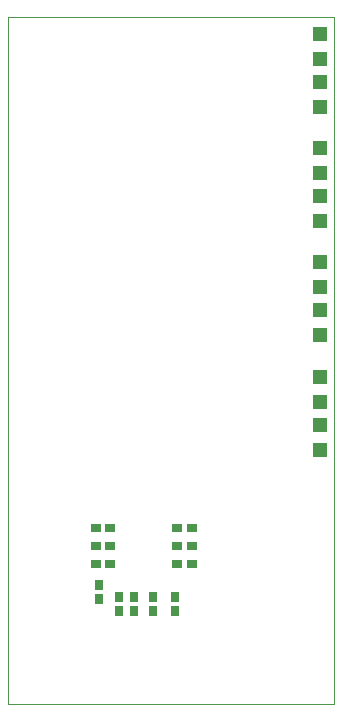
<source format=gtp>
G75*
%MOIN*%
%OFA0B0*%
%FSLAX25Y25*%
%IPPOS*%
%LPD*%
%AMOC8*
5,1,8,0,0,1.08239X$1,22.5*
%
%ADD10C,0.00000*%
%ADD11R,0.02913X0.03642*%
%ADD12R,0.03642X0.02913*%
%ADD13R,0.04724X0.04724*%
D10*
X0001000Y0037800D02*
X0001000Y0266800D01*
X0109600Y0266800D01*
X0109600Y0037800D01*
X0001000Y0037800D01*
D11*
X0031400Y0072838D03*
X0031400Y0077562D03*
X0037800Y0073562D03*
X0037800Y0068838D03*
X0043000Y0068838D03*
X0043000Y0073562D03*
X0049400Y0073562D03*
X0049400Y0068838D03*
X0056600Y0068838D03*
X0056600Y0073562D03*
D12*
X0057438Y0084400D03*
X0057438Y0090400D03*
X0057438Y0096400D03*
X0062162Y0096400D03*
X0062162Y0090400D03*
X0062162Y0084400D03*
X0034962Y0084400D03*
X0034962Y0090400D03*
X0034962Y0096400D03*
X0030238Y0096400D03*
X0030238Y0090400D03*
X0030238Y0084400D03*
D13*
X0105000Y0122466D03*
X0105000Y0130734D03*
X0105000Y0138466D03*
X0105000Y0146734D03*
X0105000Y0160666D03*
X0105000Y0168934D03*
X0105000Y0176666D03*
X0105000Y0184934D03*
X0105000Y0198666D03*
X0105000Y0206934D03*
X0105000Y0214666D03*
X0105000Y0222934D03*
X0105000Y0236666D03*
X0105000Y0244934D03*
X0105000Y0252666D03*
X0105000Y0260934D03*
M02*

</source>
